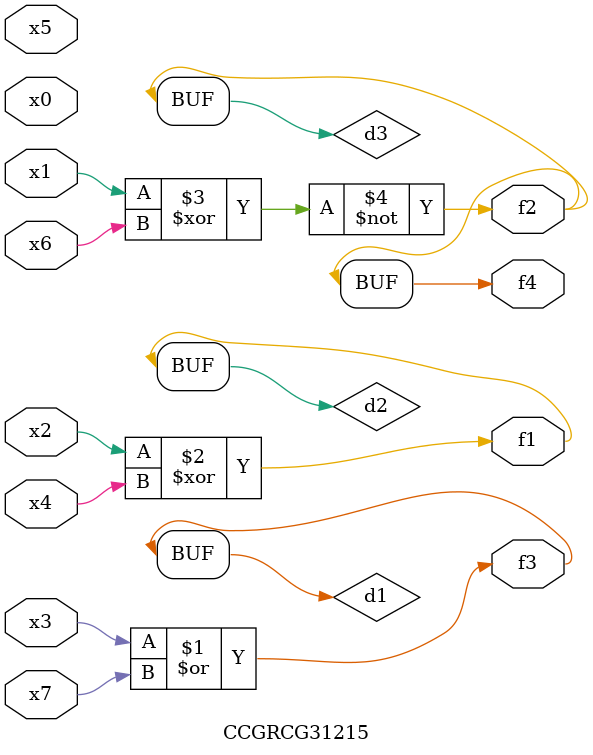
<source format=v>
module CCGRCG31215(
	input x0, x1, x2, x3, x4, x5, x6, x7,
	output f1, f2, f3, f4
);

	wire d1, d2, d3;

	or (d1, x3, x7);
	xor (d2, x2, x4);
	xnor (d3, x1, x6);
	assign f1 = d2;
	assign f2 = d3;
	assign f3 = d1;
	assign f4 = d3;
endmodule

</source>
